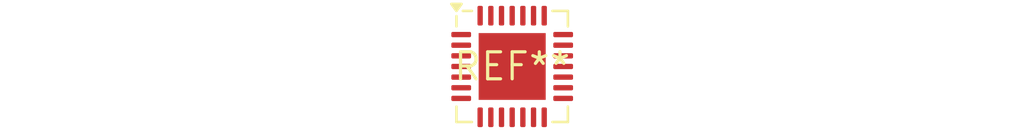
<source format=kicad_pcb>
(kicad_pcb (version 20240108) (generator pcbnew)
  (layers (0 "F.Cu" signal) (31 "B.Cu" signal) (34 "B.Paste" user) (35 "F.Paste" user) (36 "B.SilkS" user "B.Silkscreen") (37 "F.SilkS" user "F.Silkscreen") (38 "B.Mask" user) (39 "F.Mask" user) (44 "Edge.Cuts" user))
  (net 0 "")
  (footprint "LFCSP-28-1EP_5x5mm_P0.5mm_EP3.14x3.14mm" (layer "F.Cu") (at 0 0)
    (property "Reference" "REF**")
    (property "Value" "LFCSP-28-1EP_5x5mm_P0.5mm_EP3.14x3.14mm")
    (fp_line (start -2.61 -1.885) (end -2.61 -2.37) (layer "F.SilkS") (stroke (width 0.12)))
    (fp_line (start -2.61 2.61) (end -2.61 1.885) (layer "F.SilkS") (stroke (width 0.12)))
    (fp_line (start -1.885 -2.61) (end -2.31 -2.61) (layer "F.SilkS") (stroke (width 0.12)))
    (fp_line (start -1.885 2.61) (end -2.61 2.61) (layer "F.SilkS") (stroke (width 0.12)))
    (fp_line (start 1.885 -2.61) (end 2.61 -2.61) (layer "F.SilkS") (stroke (width 0.12)))
    (fp_line (start 1.885 2.61) (end 2.61 2.61) (layer "F.SilkS") (stroke (width 0.12)))
    (fp_line (start 2.61 -2.61) (end 2.61 -1.885) (layer "F.SilkS") (stroke (width 0.12)))
    (fp_line (start 2.61 2.61) (end 2.61 1.885) (layer "F.SilkS") (stroke (width 0.12)))
    (fp_poly (pts (xy -2.61 -2.61) (xy -2.85 -2.94) (xy -2.37 -2.94) (xy -2.61 -2.61)) (layer "F.SilkS") (stroke (width 0.12)) (fill solid))
    (pad "1" smd roundrect (at -2.3875 -1.5) (size 0.925 0.25) (layers "F.Cu" "F.Paste" "F.Mask"))
    (pad "2" smd roundrect (at -2.3875 -1) (size 0.925 0.25) (layers "F.Cu" "F.Paste" "F.Mask"))
    (pad "3" smd roundrect (at -2.3875 -0.5) (size 0.925 0.25) (layers "F.Cu" "F.Paste" "F.Mask"))
    (pad "4" smd roundrect (at -2.3875 0) (size 0.925 0.25) (layers "F.Cu" "F.Paste" "F.Mask"))
    (pad "5" smd roundrect (at -2.3875 0.5) (size 0.925 0.25) (layers "F.Cu" "F.Paste" "F.Mask"))
    (pad "6" smd roundrect (at -2.3875 1) (size 0.925 0.25) (layers "F.Cu" "F.Paste" "F.Mask"))
    (pad "7" smd roundrect (at -2.3875 1.5) (size 0.925 0.25) (layers "F.Cu" "F.Paste" "F.Mask"))
    (pad "8" smd roundrect (at -1.5 2.3875) (size 0.25 0.925) (layers "F.Cu" "F.Paste" "F.Mask"))
    (pad "9" smd roundrect (at -1 2.3875) (size 0.25 0.925) (layers "F.Cu" "F.Paste" "F.Mask"))
    (pad "10" smd roundrect (at -0.5 2.3875) (size 0.25 0.925) (layers "F.Cu" "F.Paste" "F.Mask"))
    (pad "11" smd roundrect (at 0 2.3875) (size 0.25 0.925) (layers "F.Cu" "F.Paste" "F.Mask"))
    (pad "12" smd roundrect (at 0.5 2.3875) (size 0.25 0.925) (layers "F.Cu" "F.Paste" "F.Mask"))
    (pad "13" smd roundrect (at 1 2.3875) (size 0.25 0.925) (layers "F.Cu" "F.Paste" "F.Mask"))
    (pad "14" smd roundrect (at 1.5 2.3875) (size 0.25 0.925) (layers "F.Cu" "F.Paste" "F.Mask"))
    (pad "15" smd roundrect (at 2.3875 1.5) (size 0.925 0.25) (layers "F.Cu" "F.Paste" "F.Mask"))
    (pad "16" smd roundrect (at 2.3875 1) (size 0.925 0.25) (layers "F.Cu" "F.Paste" "F.Mask"))
    (pad "17" smd roundrect (at 2.3875 0.5) (size 0.925 0.25) (layers "F.Cu" "F.Paste" "F.Mask"))
    (pad "18" smd roundrect (at 2.3875 0) (size 0.925 0.25) (layers "F.Cu" "F.Paste" "F.Mask"))
    (pad "19" smd roundrect (at 2.3875 -0.5) (size 0.925 0.25) (layers "F.Cu" "F.Paste" "F.Mask"))
    (pad "20" smd roundrect (at 2.3875 -1) (size 0.925 0.25) (layers "F.Cu" "F.Paste" "F.Mask"))
    (pad "21" smd roundrect (at 2.3875 -1.5) (size 0.925 0.25) (layers "F.Cu" "F.Paste" "F.Mask"))
    (pad "22" smd roundrect (at 1.5 -2.3875) (size 0.25 0.925) (layers "F.Cu" "F.Paste" "F.Mask"))
    (pad "23" smd roundrect (at 1 -2.3875) (size 0.25 0.925) (layers "F.Cu" "F.Paste" "F.Mask"))
    (pad "24" smd roundrect (at 0.5 -2.3875) (size 0.25 0.925) (layers "F.Cu" "F.Paste" "F.Mask"))
    (pad "25" smd roundrect (at 0 -2.3875) (size 0.25 0.925) (layers "F.Cu" "F.Paste" "F.Mask"))
    (pad "26" smd roundrect (at -0.5 -2.3875) (size 0.25 0.925) (layers "F.Cu" "F.Paste" "F.Mask"))
    (pad "27" smd roundrect (at -1 -2.3875) (size 0.25 0.925) (layers "F.Cu" "F.Paste" "F.Mask"))
    (pad "28" smd roundrect (at -1.5 -2.3875) (size 0.25 0.925) (layers "F.Cu" "F.Paste" "F.Mask"))
    (pad "29" smd rect (at 0 0) (size 3.14 3.14) (property pad_prop_heatsink) (layers "F.Cu" "F.Mask"))
  )
)
</source>
